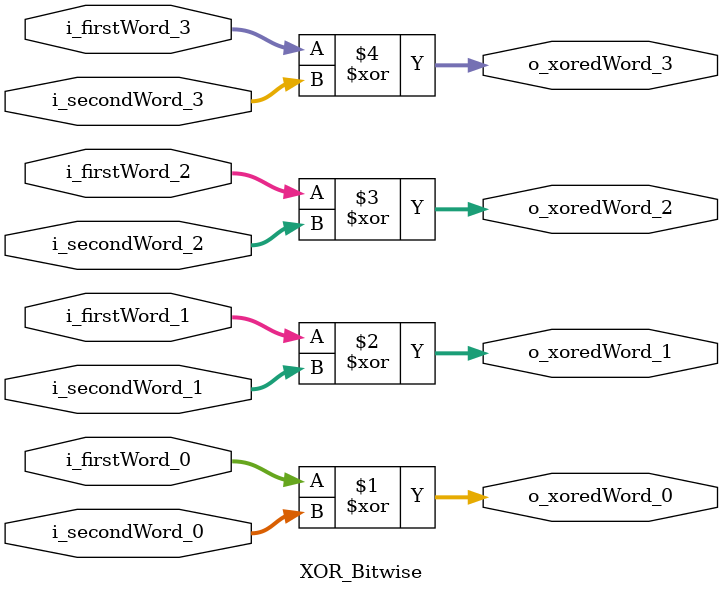
<source format=v>


module XOR_Bitwise(

	input [7:0] i_firstWord_0,
	input [7:0] i_firstWord_1,
	input [7:0] i_firstWord_2,
	input [7:0] i_firstWord_3,

	input [7:0] i_secondWord_0,
	input [7:0] i_secondWord_1,
	input [7:0] i_secondWord_2,
	input [7:0] i_secondWord_3,

	output [7:0] o_xoredWord_0,
	output [7:0] o_xoredWord_1,
	output [7:0] o_xoredWord_2,
	output [7:0] o_xoredWord_3
	);

	assign o_xoredWord_0 = i_firstWord_0 ^ i_secondWord_0;
	assign o_xoredWord_1 = i_firstWord_1 ^ i_secondWord_1;
	assign o_xoredWord_2 = i_firstWord_2 ^ i_secondWord_2;
	assign o_xoredWord_3 = i_firstWord_3 ^ i_secondWord_3;
	
endmodule
</source>
